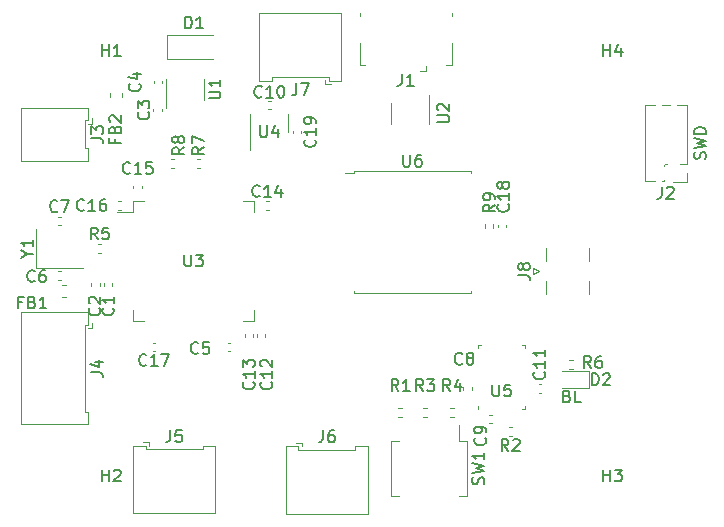
<source format=gbr>
%TF.GenerationSoftware,KiCad,Pcbnew,(5.1.10)-1*%
%TF.CreationDate,2021-11-27T13:57:11+01:00*%
%TF.ProjectId,SplashQuad,53706c61-7368-4517-9561-642e6b696361,rev?*%
%TF.SameCoordinates,Original*%
%TF.FileFunction,Legend,Top*%
%TF.FilePolarity,Positive*%
%FSLAX46Y46*%
G04 Gerber Fmt 4.6, Leading zero omitted, Abs format (unit mm)*
G04 Created by KiCad (PCBNEW (5.1.10)-1) date 2021-11-27 13:57:11*
%MOMM*%
%LPD*%
G01*
G04 APERTURE LIST*
%ADD10C,0.150000*%
%ADD11C,0.120000*%
G04 APERTURE END LIST*
D10*
X188904761Y-93707142D02*
X188952380Y-93564285D01*
X188952380Y-93326190D01*
X188904761Y-93230952D01*
X188857142Y-93183333D01*
X188761904Y-93135714D01*
X188666666Y-93135714D01*
X188571428Y-93183333D01*
X188523809Y-93230952D01*
X188476190Y-93326190D01*
X188428571Y-93516666D01*
X188380952Y-93611904D01*
X188333333Y-93659523D01*
X188238095Y-93707142D01*
X188142857Y-93707142D01*
X188047619Y-93659523D01*
X188000000Y-93611904D01*
X187952380Y-93516666D01*
X187952380Y-93278571D01*
X188000000Y-93135714D01*
X187952380Y-92802380D02*
X188952380Y-92564285D01*
X188238095Y-92373809D01*
X188952380Y-92183333D01*
X187952380Y-91945238D01*
X188952380Y-91564285D02*
X187952380Y-91564285D01*
X187952380Y-91326190D01*
X188000000Y-91183333D01*
X188095238Y-91088095D01*
X188190476Y-91040476D01*
X188380952Y-90992857D01*
X188523809Y-90992857D01*
X188714285Y-91040476D01*
X188809523Y-91088095D01*
X188904761Y-91183333D01*
X188952380Y-91326190D01*
X188952380Y-91564285D01*
X177216666Y-113778571D02*
X177359523Y-113826190D01*
X177407142Y-113873809D01*
X177454761Y-113969047D01*
X177454761Y-114111904D01*
X177407142Y-114207142D01*
X177359523Y-114254761D01*
X177264285Y-114302380D01*
X176883333Y-114302380D01*
X176883333Y-113302380D01*
X177216666Y-113302380D01*
X177311904Y-113350000D01*
X177359523Y-113397619D01*
X177407142Y-113492857D01*
X177407142Y-113588095D01*
X177359523Y-113683333D01*
X177311904Y-113730952D01*
X177216666Y-113778571D01*
X176883333Y-113778571D01*
X178359523Y-114302380D02*
X177883333Y-114302380D01*
X177883333Y-113302380D01*
D11*
%TO.C,U6*%
X158450000Y-94890000D02*
X159140000Y-94890000D01*
X159140000Y-94740000D02*
X159140000Y-94890000D01*
X169060000Y-94740000D02*
X169060000Y-94890000D01*
X159140000Y-104910000D02*
X159140000Y-105060000D01*
X169060000Y-104910000D02*
X169060000Y-105060000D01*
X159140000Y-105060000D02*
X169060000Y-105060000D01*
X159140000Y-94740000D02*
X169060000Y-94740000D01*
%TO.C,C19*%
X154685000Y-91317164D02*
X154685000Y-91532836D01*
X153965000Y-91317164D02*
X153965000Y-91532836D01*
%TO.C,Y1*%
X132225000Y-102900000D02*
X136225000Y-102900000D01*
X132225000Y-99600000D02*
X132225000Y-102900000D01*
%TO.C,U5*%
X173660000Y-114835000D02*
X173660000Y-114575000D01*
X173660000Y-114835000D02*
X173400000Y-114835000D01*
X169640000Y-114835000D02*
X169640000Y-114575000D01*
X173660000Y-109415000D02*
X173660000Y-109675000D01*
X173660000Y-109415000D02*
X173400000Y-109415000D01*
X169640000Y-109415000D02*
X169640000Y-109675000D01*
X169640000Y-109415000D02*
X169900000Y-109415000D01*
%TO.C,U4*%
X150390000Y-92925000D02*
X150390000Y-89925000D01*
X153610000Y-91425000D02*
X153610000Y-89925000D01*
%TO.C,U3*%
X140465000Y-98190000D02*
X139125000Y-98190000D01*
X140465000Y-97240000D02*
X140465000Y-98190000D01*
X141415000Y-97240000D02*
X140465000Y-97240000D01*
X150685000Y-97240000D02*
X150685000Y-98190000D01*
X149735000Y-97240000D02*
X150685000Y-97240000D01*
X140465000Y-107460000D02*
X140465000Y-106510000D01*
X141415000Y-107460000D02*
X140465000Y-107460000D01*
X150685000Y-107460000D02*
X150685000Y-106510000D01*
X149735000Y-107460000D02*
X150685000Y-107460000D01*
%TO.C,U2*%
X165485000Y-90725000D02*
X165485000Y-88275000D01*
X162265000Y-88925000D02*
X162265000Y-90725000D01*
%TO.C,U1*%
X143290000Y-86900000D02*
X143290000Y-89350000D01*
X146510000Y-88700000D02*
X146510000Y-86900000D01*
%TO.C,SW1*%
X162975000Y-122210000D02*
X162265000Y-122210000D01*
X162975000Y-117591000D02*
X162265000Y-117591000D01*
X168735000Y-122210000D02*
X168025000Y-122210000D01*
X168735000Y-117591000D02*
X168735000Y-122210000D01*
X168735000Y-117591000D02*
X168085000Y-117591000D01*
X168085000Y-116200000D02*
X168085000Y-117591000D01*
X162265000Y-117591000D02*
X162265000Y-122210000D01*
%TO.C,R9*%
X170220000Y-99196359D02*
X170220000Y-99503641D01*
X170980000Y-99196359D02*
X170980000Y-99503641D01*
%TO.C,R8*%
X143661359Y-94430000D02*
X143968641Y-94430000D01*
X143661359Y-93670000D02*
X143968641Y-93670000D01*
%TO.C,R7*%
X146163641Y-93670000D02*
X145856359Y-93670000D01*
X146163641Y-94430000D02*
X145856359Y-94430000D01*
%TO.C,R6*%
X177703641Y-110695000D02*
X177396359Y-110695000D01*
X177703641Y-111455000D02*
X177396359Y-111455000D01*
%TO.C,R5*%
X137778641Y-100870000D02*
X137471359Y-100870000D01*
X137778641Y-101630000D02*
X137471359Y-101630000D01*
%TO.C,R4*%
X167638641Y-114795000D02*
X167331359Y-114795000D01*
X167638641Y-115555000D02*
X167331359Y-115555000D01*
%TO.C,R3*%
X165036359Y-115555000D02*
X165343641Y-115555000D01*
X165036359Y-114795000D02*
X165343641Y-114795000D01*
%TO.C,R2*%
X172563641Y-116420000D02*
X172256359Y-116420000D01*
X172563641Y-117180000D02*
X172256359Y-117180000D01*
%TO.C,R1*%
X162936359Y-115555000D02*
X163243641Y-115555000D01*
X162936359Y-114795000D02*
X163243641Y-114795000D01*
%TO.C,J8*%
X175390000Y-102360000D02*
X175390000Y-101250000D01*
X175390000Y-105150000D02*
X175390000Y-104040000D01*
X179100000Y-102360000D02*
X179100000Y-101250000D01*
X179100000Y-105150000D02*
X179100000Y-104040000D01*
X174840000Y-103200000D02*
X174340000Y-102950000D01*
X174340000Y-102950000D02*
X174340000Y-103450000D01*
X174340000Y-103450000D02*
X174840000Y-103200000D01*
%TO.C,J7*%
X151140000Y-81340000D02*
X154625000Y-81340000D01*
X151140000Y-87060000D02*
X151140000Y-81340000D01*
X152210000Y-87060000D02*
X151140000Y-87060000D01*
X152210000Y-86760000D02*
X152210000Y-87060000D01*
X154625000Y-86760000D02*
X152210000Y-86760000D01*
X158110000Y-81340000D02*
X154625000Y-81340000D01*
X158110000Y-87060000D02*
X158110000Y-81340000D01*
X157040000Y-87060000D02*
X158110000Y-87060000D01*
X157040000Y-86760000D02*
X157040000Y-87060000D01*
X154625000Y-86760000D02*
X157040000Y-86760000D01*
X156750000Y-87350000D02*
X157250000Y-87350000D01*
X156750000Y-87050000D02*
X156750000Y-87350000D01*
%TO.C,J6*%
X160360000Y-123735000D02*
X156875000Y-123735000D01*
X160360000Y-118015000D02*
X160360000Y-123735000D01*
X159290000Y-118015000D02*
X160360000Y-118015000D01*
X159290000Y-118315000D02*
X159290000Y-118015000D01*
X156875000Y-118315000D02*
X159290000Y-118315000D01*
X153390000Y-123735000D02*
X156875000Y-123735000D01*
X153390000Y-118015000D02*
X153390000Y-123735000D01*
X154460000Y-118015000D02*
X153390000Y-118015000D01*
X154460000Y-118315000D02*
X154460000Y-118015000D01*
X156875000Y-118315000D02*
X154460000Y-118315000D01*
X154750000Y-117725000D02*
X154250000Y-117725000D01*
X154750000Y-118025000D02*
X154750000Y-117725000D01*
%TO.C,J5*%
X147435000Y-123710000D02*
X143950000Y-123710000D01*
X147435000Y-117990000D02*
X147435000Y-123710000D01*
X146365000Y-117990000D02*
X147435000Y-117990000D01*
X146365000Y-118290000D02*
X146365000Y-117990000D01*
X143950000Y-118290000D02*
X146365000Y-118290000D01*
X140465000Y-123710000D02*
X143950000Y-123710000D01*
X140465000Y-117990000D02*
X140465000Y-123710000D01*
X141535000Y-117990000D02*
X140465000Y-117990000D01*
X141535000Y-118290000D02*
X141535000Y-117990000D01*
X143950000Y-118290000D02*
X141535000Y-118290000D01*
X141825000Y-117700000D02*
X141325000Y-117700000D01*
X141825000Y-118000000D02*
X141825000Y-117700000D01*
%TO.C,J4*%
X130940000Y-116160000D02*
X130940000Y-111425000D01*
X136660000Y-116160000D02*
X130940000Y-116160000D01*
X136660000Y-115090000D02*
X136660000Y-116160000D01*
X136360000Y-115090000D02*
X136660000Y-115090000D01*
X136360000Y-111425000D02*
X136360000Y-115090000D01*
X130940000Y-106690000D02*
X130940000Y-111425000D01*
X136660000Y-106690000D02*
X130940000Y-106690000D01*
X136660000Y-107760000D02*
X136660000Y-106690000D01*
X136360000Y-107760000D02*
X136660000Y-107760000D01*
X136360000Y-111425000D02*
X136360000Y-107760000D01*
X136950000Y-108050000D02*
X136950000Y-107550000D01*
X136650000Y-108050000D02*
X136950000Y-108050000D01*
%TO.C,J3*%
X130965000Y-93835000D02*
X130965000Y-91600000D01*
X136685000Y-93835000D02*
X130965000Y-93835000D01*
X136685000Y-92765000D02*
X136685000Y-93835000D01*
X136385000Y-92765000D02*
X136685000Y-92765000D01*
X136385000Y-91600000D02*
X136385000Y-92765000D01*
X130965000Y-89365000D02*
X130965000Y-91600000D01*
X136685000Y-89365000D02*
X130965000Y-89365000D01*
X136685000Y-90435000D02*
X136685000Y-89365000D01*
X136385000Y-90435000D02*
X136685000Y-90435000D01*
X136385000Y-91600000D02*
X136385000Y-90435000D01*
X136975000Y-90725000D02*
X136975000Y-90225000D01*
X136675000Y-90725000D02*
X136975000Y-90725000D01*
%TO.C,J2*%
X187330000Y-95660000D02*
X186200000Y-95660000D01*
X187330000Y-94900000D02*
X187330000Y-95660000D01*
X184622470Y-95595000D02*
X183800000Y-95595000D01*
X185440000Y-95595000D02*
X185237530Y-95595000D01*
X185440000Y-95463471D02*
X185440000Y-95595000D01*
X185440000Y-94193471D02*
X185440000Y-94336529D01*
X185636529Y-94140000D02*
X185493471Y-94140000D01*
X187330000Y-94140000D02*
X186763471Y-94140000D01*
X183800000Y-95595000D02*
X183800000Y-89125000D01*
X187330000Y-94140000D02*
X187330000Y-89125000D01*
X185892470Y-89125000D02*
X185237530Y-89125000D01*
X184622470Y-89125000D02*
X183800000Y-89125000D01*
X187330000Y-89125000D02*
X186507530Y-89125000D01*
%TO.C,J1*%
X165250000Y-86262500D02*
X165250000Y-85812500D01*
X165250000Y-86262500D02*
X164800000Y-86262500D01*
X159650000Y-85712500D02*
X160100000Y-85712500D01*
X159650000Y-83862500D02*
X159650000Y-85712500D01*
X167450000Y-81312500D02*
X167450000Y-81562500D01*
X159650000Y-81312500D02*
X159650000Y-81562500D01*
X167450000Y-83862500D02*
X167450000Y-85712500D01*
X167450000Y-85712500D02*
X167000000Y-85712500D01*
%TO.C,FB2*%
X139510000Y-88462779D02*
X139510000Y-88137221D01*
X138490000Y-88462779D02*
X138490000Y-88137221D01*
%TO.C,FB1*%
X134812779Y-104340000D02*
X134487221Y-104340000D01*
X134812779Y-105360000D02*
X134487221Y-105360000D01*
%TO.C,D2*%
X179035000Y-111640000D02*
X176750000Y-111640000D01*
X179035000Y-113110000D02*
X179035000Y-111640000D01*
X176750000Y-113110000D02*
X179035000Y-113110000D01*
%TO.C,D1*%
X143350000Y-83200000D02*
X147250000Y-83200000D01*
X143350000Y-85200000D02*
X147250000Y-85200000D01*
X143350000Y-83200000D02*
X143350000Y-85200000D01*
%TO.C,C18*%
X172060000Y-99482836D02*
X172060000Y-99267164D01*
X171340000Y-99482836D02*
X171340000Y-99267164D01*
%TO.C,C17*%
X142332836Y-109240000D02*
X142117164Y-109240000D01*
X142332836Y-109960000D02*
X142117164Y-109960000D01*
%TO.C,C16*%
X139407836Y-97265000D02*
X139192164Y-97265000D01*
X139407836Y-97985000D02*
X139192164Y-97985000D01*
%TO.C,C15*%
X141210000Y-96177836D02*
X141210000Y-95962164D01*
X140490000Y-96177836D02*
X140490000Y-95962164D01*
%TO.C,C14*%
X151717164Y-97985000D02*
X151932836Y-97985000D01*
X151717164Y-97265000D02*
X151932836Y-97265000D01*
%TO.C,C13*%
X149940000Y-108517164D02*
X149940000Y-108732836D01*
X150660000Y-108517164D02*
X150660000Y-108732836D01*
%TO.C,C12*%
X150940000Y-108517164D02*
X150940000Y-108732836D01*
X151660000Y-108517164D02*
X151660000Y-108732836D01*
%TO.C,C11*%
X174792164Y-113485000D02*
X175007836Y-113485000D01*
X174792164Y-112765000D02*
X175007836Y-112765000D01*
%TO.C,C10*%
X151892164Y-89485000D02*
X152107836Y-89485000D01*
X151892164Y-88765000D02*
X152107836Y-88765000D01*
%TO.C,C9*%
X170857836Y-115340000D02*
X170642164Y-115340000D01*
X170857836Y-116060000D02*
X170642164Y-116060000D01*
%TO.C,C8*%
X169160000Y-113232836D02*
X169160000Y-113017164D01*
X168440000Y-113232836D02*
X168440000Y-113017164D01*
%TO.C,C7*%
X134332836Y-98590000D02*
X134117164Y-98590000D01*
X134332836Y-99310000D02*
X134117164Y-99310000D01*
%TO.C,C6*%
X134117164Y-103910000D02*
X134332836Y-103910000D01*
X134117164Y-103190000D02*
X134332836Y-103190000D01*
%TO.C,C5*%
X148467164Y-109960000D02*
X148682836Y-109960000D01*
X148467164Y-109240000D02*
X148682836Y-109240000D01*
%TO.C,C4*%
X142215000Y-87067164D02*
X142215000Y-87282836D01*
X142935000Y-87067164D02*
X142935000Y-87282836D01*
%TO.C,C3*%
X142167020Y-89462164D02*
X142167020Y-89677836D01*
X142887020Y-89462164D02*
X142887020Y-89677836D01*
%TO.C,C2*%
X137635000Y-104457836D02*
X137635000Y-104242164D01*
X136915000Y-104457836D02*
X136915000Y-104242164D01*
%TO.C,C1*%
X138685000Y-104457836D02*
X138685000Y-104242164D01*
X137965000Y-104457836D02*
X137965000Y-104242164D01*
%TO.C,U6*%
D10*
X163338095Y-93352380D02*
X163338095Y-94161904D01*
X163385714Y-94257142D01*
X163433333Y-94304761D01*
X163528571Y-94352380D01*
X163719047Y-94352380D01*
X163814285Y-94304761D01*
X163861904Y-94257142D01*
X163909523Y-94161904D01*
X163909523Y-93352380D01*
X164814285Y-93352380D02*
X164623809Y-93352380D01*
X164528571Y-93400000D01*
X164480952Y-93447619D01*
X164385714Y-93590476D01*
X164338095Y-93780952D01*
X164338095Y-94161904D01*
X164385714Y-94257142D01*
X164433333Y-94304761D01*
X164528571Y-94352380D01*
X164719047Y-94352380D01*
X164814285Y-94304761D01*
X164861904Y-94257142D01*
X164909523Y-94161904D01*
X164909523Y-93923809D01*
X164861904Y-93828571D01*
X164814285Y-93780952D01*
X164719047Y-93733333D01*
X164528571Y-93733333D01*
X164433333Y-93780952D01*
X164385714Y-93828571D01*
X164338095Y-93923809D01*
%TO.C,H4*%
X180288095Y-85002380D02*
X180288095Y-84002380D01*
X180288095Y-84478571D02*
X180859523Y-84478571D01*
X180859523Y-85002380D02*
X180859523Y-84002380D01*
X181764285Y-84335714D02*
X181764285Y-85002380D01*
X181526190Y-83954761D02*
X181288095Y-84669047D01*
X181907142Y-84669047D01*
%TO.C,H3*%
X180288095Y-121002380D02*
X180288095Y-120002380D01*
X180288095Y-120478571D02*
X180859523Y-120478571D01*
X180859523Y-121002380D02*
X180859523Y-120002380D01*
X181240476Y-120002380D02*
X181859523Y-120002380D01*
X181526190Y-120383333D01*
X181669047Y-120383333D01*
X181764285Y-120430952D01*
X181811904Y-120478571D01*
X181859523Y-120573809D01*
X181859523Y-120811904D01*
X181811904Y-120907142D01*
X181764285Y-120954761D01*
X181669047Y-121002380D01*
X181383333Y-121002380D01*
X181288095Y-120954761D01*
X181240476Y-120907142D01*
%TO.C,H2*%
X137838095Y-121002380D02*
X137838095Y-120002380D01*
X137838095Y-120478571D02*
X138409523Y-120478571D01*
X138409523Y-121002380D02*
X138409523Y-120002380D01*
X138838095Y-120097619D02*
X138885714Y-120050000D01*
X138980952Y-120002380D01*
X139219047Y-120002380D01*
X139314285Y-120050000D01*
X139361904Y-120097619D01*
X139409523Y-120192857D01*
X139409523Y-120288095D01*
X139361904Y-120430952D01*
X138790476Y-121002380D01*
X139409523Y-121002380D01*
%TO.C,H1*%
X137838095Y-85002380D02*
X137838095Y-84002380D01*
X137838095Y-84478571D02*
X138409523Y-84478571D01*
X138409523Y-85002380D02*
X138409523Y-84002380D01*
X139409523Y-85002380D02*
X138838095Y-85002380D01*
X139123809Y-85002380D02*
X139123809Y-84002380D01*
X139028571Y-84145238D01*
X138933333Y-84240476D01*
X138838095Y-84288095D01*
%TO.C,C19*%
X155842142Y-92067857D02*
X155889761Y-92115476D01*
X155937380Y-92258333D01*
X155937380Y-92353571D01*
X155889761Y-92496428D01*
X155794523Y-92591666D01*
X155699285Y-92639285D01*
X155508809Y-92686904D01*
X155365952Y-92686904D01*
X155175476Y-92639285D01*
X155080238Y-92591666D01*
X154985000Y-92496428D01*
X154937380Y-92353571D01*
X154937380Y-92258333D01*
X154985000Y-92115476D01*
X155032619Y-92067857D01*
X155937380Y-91115476D02*
X155937380Y-91686904D01*
X155937380Y-91401190D02*
X154937380Y-91401190D01*
X155080238Y-91496428D01*
X155175476Y-91591666D01*
X155223095Y-91686904D01*
X155937380Y-90639285D02*
X155937380Y-90448809D01*
X155889761Y-90353571D01*
X155842142Y-90305952D01*
X155699285Y-90210714D01*
X155508809Y-90163095D01*
X155127857Y-90163095D01*
X155032619Y-90210714D01*
X154985000Y-90258333D01*
X154937380Y-90353571D01*
X154937380Y-90544047D01*
X154985000Y-90639285D01*
X155032619Y-90686904D01*
X155127857Y-90734523D01*
X155365952Y-90734523D01*
X155461190Y-90686904D01*
X155508809Y-90639285D01*
X155556428Y-90544047D01*
X155556428Y-90353571D01*
X155508809Y-90258333D01*
X155461190Y-90210714D01*
X155365952Y-90163095D01*
%TO.C,Y1*%
X131501190Y-101726190D02*
X131977380Y-101726190D01*
X130977380Y-102059523D02*
X131501190Y-101726190D01*
X130977380Y-101392857D01*
X131977380Y-100535714D02*
X131977380Y-101107142D01*
X131977380Y-100821428D02*
X130977380Y-100821428D01*
X131120238Y-100916666D01*
X131215476Y-101011904D01*
X131263095Y-101107142D01*
%TO.C,U5*%
X170888095Y-112802380D02*
X170888095Y-113611904D01*
X170935714Y-113707142D01*
X170983333Y-113754761D01*
X171078571Y-113802380D01*
X171269047Y-113802380D01*
X171364285Y-113754761D01*
X171411904Y-113707142D01*
X171459523Y-113611904D01*
X171459523Y-112802380D01*
X172411904Y-112802380D02*
X171935714Y-112802380D01*
X171888095Y-113278571D01*
X171935714Y-113230952D01*
X172030952Y-113183333D01*
X172269047Y-113183333D01*
X172364285Y-113230952D01*
X172411904Y-113278571D01*
X172459523Y-113373809D01*
X172459523Y-113611904D01*
X172411904Y-113707142D01*
X172364285Y-113754761D01*
X172269047Y-113802380D01*
X172030952Y-113802380D01*
X171935714Y-113754761D01*
X171888095Y-113707142D01*
%TO.C,U4*%
X151238095Y-90852380D02*
X151238095Y-91661904D01*
X151285714Y-91757142D01*
X151333333Y-91804761D01*
X151428571Y-91852380D01*
X151619047Y-91852380D01*
X151714285Y-91804761D01*
X151761904Y-91757142D01*
X151809523Y-91661904D01*
X151809523Y-90852380D01*
X152714285Y-91185714D02*
X152714285Y-91852380D01*
X152476190Y-90804761D02*
X152238095Y-91519047D01*
X152857142Y-91519047D01*
%TO.C,U3*%
X144813095Y-101802380D02*
X144813095Y-102611904D01*
X144860714Y-102707142D01*
X144908333Y-102754761D01*
X145003571Y-102802380D01*
X145194047Y-102802380D01*
X145289285Y-102754761D01*
X145336904Y-102707142D01*
X145384523Y-102611904D01*
X145384523Y-101802380D01*
X145765476Y-101802380D02*
X146384523Y-101802380D01*
X146051190Y-102183333D01*
X146194047Y-102183333D01*
X146289285Y-102230952D01*
X146336904Y-102278571D01*
X146384523Y-102373809D01*
X146384523Y-102611904D01*
X146336904Y-102707142D01*
X146289285Y-102754761D01*
X146194047Y-102802380D01*
X145908333Y-102802380D01*
X145813095Y-102754761D01*
X145765476Y-102707142D01*
%TO.C,U2*%
X166227380Y-90586904D02*
X167036904Y-90586904D01*
X167132142Y-90539285D01*
X167179761Y-90491666D01*
X167227380Y-90396428D01*
X167227380Y-90205952D01*
X167179761Y-90110714D01*
X167132142Y-90063095D01*
X167036904Y-90015476D01*
X166227380Y-90015476D01*
X166322619Y-89586904D02*
X166275000Y-89539285D01*
X166227380Y-89444047D01*
X166227380Y-89205952D01*
X166275000Y-89110714D01*
X166322619Y-89063095D01*
X166417857Y-89015476D01*
X166513095Y-89015476D01*
X166655952Y-89063095D01*
X167227380Y-89634523D01*
X167227380Y-89015476D01*
%TO.C,U1*%
X146852380Y-88561904D02*
X147661904Y-88561904D01*
X147757142Y-88514285D01*
X147804761Y-88466666D01*
X147852380Y-88371428D01*
X147852380Y-88180952D01*
X147804761Y-88085714D01*
X147757142Y-88038095D01*
X147661904Y-87990476D01*
X146852380Y-87990476D01*
X147852380Y-86990476D02*
X147852380Y-87561904D01*
X147852380Y-87276190D02*
X146852380Y-87276190D01*
X146995238Y-87371428D01*
X147090476Y-87466666D01*
X147138095Y-87561904D01*
%TO.C,SW1*%
X170139761Y-121233333D02*
X170187380Y-121090476D01*
X170187380Y-120852380D01*
X170139761Y-120757142D01*
X170092142Y-120709523D01*
X169996904Y-120661904D01*
X169901666Y-120661904D01*
X169806428Y-120709523D01*
X169758809Y-120757142D01*
X169711190Y-120852380D01*
X169663571Y-121042857D01*
X169615952Y-121138095D01*
X169568333Y-121185714D01*
X169473095Y-121233333D01*
X169377857Y-121233333D01*
X169282619Y-121185714D01*
X169235000Y-121138095D01*
X169187380Y-121042857D01*
X169187380Y-120804761D01*
X169235000Y-120661904D01*
X169187380Y-120328571D02*
X170187380Y-120090476D01*
X169473095Y-119900000D01*
X170187380Y-119709523D01*
X169187380Y-119471428D01*
X170187380Y-118566666D02*
X170187380Y-119138095D01*
X170187380Y-118852380D02*
X169187380Y-118852380D01*
X169330238Y-118947619D01*
X169425476Y-119042857D01*
X169473095Y-119138095D01*
%TO.C,R9*%
X171102380Y-97566666D02*
X170626190Y-97900000D01*
X171102380Y-98138095D02*
X170102380Y-98138095D01*
X170102380Y-97757142D01*
X170150000Y-97661904D01*
X170197619Y-97614285D01*
X170292857Y-97566666D01*
X170435714Y-97566666D01*
X170530952Y-97614285D01*
X170578571Y-97661904D01*
X170626190Y-97757142D01*
X170626190Y-98138095D01*
X171102380Y-97090476D02*
X171102380Y-96900000D01*
X171054761Y-96804761D01*
X171007142Y-96757142D01*
X170864285Y-96661904D01*
X170673809Y-96614285D01*
X170292857Y-96614285D01*
X170197619Y-96661904D01*
X170150000Y-96709523D01*
X170102380Y-96804761D01*
X170102380Y-96995238D01*
X170150000Y-97090476D01*
X170197619Y-97138095D01*
X170292857Y-97185714D01*
X170530952Y-97185714D01*
X170626190Y-97138095D01*
X170673809Y-97090476D01*
X170721428Y-96995238D01*
X170721428Y-96804761D01*
X170673809Y-96709523D01*
X170626190Y-96661904D01*
X170530952Y-96614285D01*
%TO.C,R8*%
X144802380Y-92716666D02*
X144326190Y-93050000D01*
X144802380Y-93288095D02*
X143802380Y-93288095D01*
X143802380Y-92907142D01*
X143850000Y-92811904D01*
X143897619Y-92764285D01*
X143992857Y-92716666D01*
X144135714Y-92716666D01*
X144230952Y-92764285D01*
X144278571Y-92811904D01*
X144326190Y-92907142D01*
X144326190Y-93288095D01*
X144230952Y-92145238D02*
X144183333Y-92240476D01*
X144135714Y-92288095D01*
X144040476Y-92335714D01*
X143992857Y-92335714D01*
X143897619Y-92288095D01*
X143850000Y-92240476D01*
X143802380Y-92145238D01*
X143802380Y-91954761D01*
X143850000Y-91859523D01*
X143897619Y-91811904D01*
X143992857Y-91764285D01*
X144040476Y-91764285D01*
X144135714Y-91811904D01*
X144183333Y-91859523D01*
X144230952Y-91954761D01*
X144230952Y-92145238D01*
X144278571Y-92240476D01*
X144326190Y-92288095D01*
X144421428Y-92335714D01*
X144611904Y-92335714D01*
X144707142Y-92288095D01*
X144754761Y-92240476D01*
X144802380Y-92145238D01*
X144802380Y-91954761D01*
X144754761Y-91859523D01*
X144707142Y-91811904D01*
X144611904Y-91764285D01*
X144421428Y-91764285D01*
X144326190Y-91811904D01*
X144278571Y-91859523D01*
X144230952Y-91954761D01*
%TO.C,R7*%
X146462380Y-92716666D02*
X145986190Y-93050000D01*
X146462380Y-93288095D02*
X145462380Y-93288095D01*
X145462380Y-92907142D01*
X145510000Y-92811904D01*
X145557619Y-92764285D01*
X145652857Y-92716666D01*
X145795714Y-92716666D01*
X145890952Y-92764285D01*
X145938571Y-92811904D01*
X145986190Y-92907142D01*
X145986190Y-93288095D01*
X145462380Y-92383333D02*
X145462380Y-91716666D01*
X146462380Y-92145238D01*
%TO.C,R6*%
X179233333Y-111402380D02*
X178900000Y-110926190D01*
X178661904Y-111402380D02*
X178661904Y-110402380D01*
X179042857Y-110402380D01*
X179138095Y-110450000D01*
X179185714Y-110497619D01*
X179233333Y-110592857D01*
X179233333Y-110735714D01*
X179185714Y-110830952D01*
X179138095Y-110878571D01*
X179042857Y-110926190D01*
X178661904Y-110926190D01*
X180090476Y-110402380D02*
X179900000Y-110402380D01*
X179804761Y-110450000D01*
X179757142Y-110497619D01*
X179661904Y-110640476D01*
X179614285Y-110830952D01*
X179614285Y-111211904D01*
X179661904Y-111307142D01*
X179709523Y-111354761D01*
X179804761Y-111402380D01*
X179995238Y-111402380D01*
X180090476Y-111354761D01*
X180138095Y-111307142D01*
X180185714Y-111211904D01*
X180185714Y-110973809D01*
X180138095Y-110878571D01*
X180090476Y-110830952D01*
X179995238Y-110783333D01*
X179804761Y-110783333D01*
X179709523Y-110830952D01*
X179661904Y-110878571D01*
X179614285Y-110973809D01*
%TO.C,R5*%
X137458333Y-100502380D02*
X137125000Y-100026190D01*
X136886904Y-100502380D02*
X136886904Y-99502380D01*
X137267857Y-99502380D01*
X137363095Y-99550000D01*
X137410714Y-99597619D01*
X137458333Y-99692857D01*
X137458333Y-99835714D01*
X137410714Y-99930952D01*
X137363095Y-99978571D01*
X137267857Y-100026190D01*
X136886904Y-100026190D01*
X138363095Y-99502380D02*
X137886904Y-99502380D01*
X137839285Y-99978571D01*
X137886904Y-99930952D01*
X137982142Y-99883333D01*
X138220238Y-99883333D01*
X138315476Y-99930952D01*
X138363095Y-99978571D01*
X138410714Y-100073809D01*
X138410714Y-100311904D01*
X138363095Y-100407142D01*
X138315476Y-100454761D01*
X138220238Y-100502380D01*
X137982142Y-100502380D01*
X137886904Y-100454761D01*
X137839285Y-100407142D01*
%TO.C,R4*%
X167318333Y-113352380D02*
X166985000Y-112876190D01*
X166746904Y-113352380D02*
X166746904Y-112352380D01*
X167127857Y-112352380D01*
X167223095Y-112400000D01*
X167270714Y-112447619D01*
X167318333Y-112542857D01*
X167318333Y-112685714D01*
X167270714Y-112780952D01*
X167223095Y-112828571D01*
X167127857Y-112876190D01*
X166746904Y-112876190D01*
X168175476Y-112685714D02*
X168175476Y-113352380D01*
X167937380Y-112304761D02*
X167699285Y-113019047D01*
X168318333Y-113019047D01*
%TO.C,R3*%
X165023333Y-113352380D02*
X164690000Y-112876190D01*
X164451904Y-113352380D02*
X164451904Y-112352380D01*
X164832857Y-112352380D01*
X164928095Y-112400000D01*
X164975714Y-112447619D01*
X165023333Y-112542857D01*
X165023333Y-112685714D01*
X164975714Y-112780952D01*
X164928095Y-112828571D01*
X164832857Y-112876190D01*
X164451904Y-112876190D01*
X165356666Y-112352380D02*
X165975714Y-112352380D01*
X165642380Y-112733333D01*
X165785238Y-112733333D01*
X165880476Y-112780952D01*
X165928095Y-112828571D01*
X165975714Y-112923809D01*
X165975714Y-113161904D01*
X165928095Y-113257142D01*
X165880476Y-113304761D01*
X165785238Y-113352380D01*
X165499523Y-113352380D01*
X165404285Y-113304761D01*
X165356666Y-113257142D01*
%TO.C,R2*%
X172243333Y-118422380D02*
X171910000Y-117946190D01*
X171671904Y-118422380D02*
X171671904Y-117422380D01*
X172052857Y-117422380D01*
X172148095Y-117470000D01*
X172195714Y-117517619D01*
X172243333Y-117612857D01*
X172243333Y-117755714D01*
X172195714Y-117850952D01*
X172148095Y-117898571D01*
X172052857Y-117946190D01*
X171671904Y-117946190D01*
X172624285Y-117517619D02*
X172671904Y-117470000D01*
X172767142Y-117422380D01*
X173005238Y-117422380D01*
X173100476Y-117470000D01*
X173148095Y-117517619D01*
X173195714Y-117612857D01*
X173195714Y-117708095D01*
X173148095Y-117850952D01*
X172576666Y-118422380D01*
X173195714Y-118422380D01*
%TO.C,R1*%
X162933333Y-113352380D02*
X162600000Y-112876190D01*
X162361904Y-113352380D02*
X162361904Y-112352380D01*
X162742857Y-112352380D01*
X162838095Y-112400000D01*
X162885714Y-112447619D01*
X162933333Y-112542857D01*
X162933333Y-112685714D01*
X162885714Y-112780952D01*
X162838095Y-112828571D01*
X162742857Y-112876190D01*
X162361904Y-112876190D01*
X163885714Y-113352380D02*
X163314285Y-113352380D01*
X163600000Y-113352380D02*
X163600000Y-112352380D01*
X163504761Y-112495238D01*
X163409523Y-112590476D01*
X163314285Y-112638095D01*
%TO.C,J8*%
X173052380Y-103533333D02*
X173766666Y-103533333D01*
X173909523Y-103580952D01*
X174004761Y-103676190D01*
X174052380Y-103819047D01*
X174052380Y-103914285D01*
X173480952Y-102914285D02*
X173433333Y-103009523D01*
X173385714Y-103057142D01*
X173290476Y-103104761D01*
X173242857Y-103104761D01*
X173147619Y-103057142D01*
X173100000Y-103009523D01*
X173052380Y-102914285D01*
X173052380Y-102723809D01*
X173100000Y-102628571D01*
X173147619Y-102580952D01*
X173242857Y-102533333D01*
X173290476Y-102533333D01*
X173385714Y-102580952D01*
X173433333Y-102628571D01*
X173480952Y-102723809D01*
X173480952Y-102914285D01*
X173528571Y-103009523D01*
X173576190Y-103057142D01*
X173671428Y-103104761D01*
X173861904Y-103104761D01*
X173957142Y-103057142D01*
X174004761Y-103009523D01*
X174052380Y-102914285D01*
X174052380Y-102723809D01*
X174004761Y-102628571D01*
X173957142Y-102580952D01*
X173861904Y-102533333D01*
X173671428Y-102533333D01*
X173576190Y-102580952D01*
X173528571Y-102628571D01*
X173480952Y-102723809D01*
%TO.C,J7*%
X154286666Y-87302380D02*
X154286666Y-88016666D01*
X154239047Y-88159523D01*
X154143809Y-88254761D01*
X154000952Y-88302380D01*
X153905714Y-88302380D01*
X154667619Y-87302380D02*
X155334285Y-87302380D01*
X154905714Y-88302380D01*
%TO.C,J6*%
X156546666Y-116677380D02*
X156546666Y-117391666D01*
X156499047Y-117534523D01*
X156403809Y-117629761D01*
X156260952Y-117677380D01*
X156165714Y-117677380D01*
X157451428Y-116677380D02*
X157260952Y-116677380D01*
X157165714Y-116725000D01*
X157118095Y-116772619D01*
X157022857Y-116915476D01*
X156975238Y-117105952D01*
X156975238Y-117486904D01*
X157022857Y-117582142D01*
X157070476Y-117629761D01*
X157165714Y-117677380D01*
X157356190Y-117677380D01*
X157451428Y-117629761D01*
X157499047Y-117582142D01*
X157546666Y-117486904D01*
X157546666Y-117248809D01*
X157499047Y-117153571D01*
X157451428Y-117105952D01*
X157356190Y-117058333D01*
X157165714Y-117058333D01*
X157070476Y-117105952D01*
X157022857Y-117153571D01*
X156975238Y-117248809D01*
%TO.C,J5*%
X143621666Y-116652380D02*
X143621666Y-117366666D01*
X143574047Y-117509523D01*
X143478809Y-117604761D01*
X143335952Y-117652380D01*
X143240714Y-117652380D01*
X144574047Y-116652380D02*
X144097857Y-116652380D01*
X144050238Y-117128571D01*
X144097857Y-117080952D01*
X144193095Y-117033333D01*
X144431190Y-117033333D01*
X144526428Y-117080952D01*
X144574047Y-117128571D01*
X144621666Y-117223809D01*
X144621666Y-117461904D01*
X144574047Y-117557142D01*
X144526428Y-117604761D01*
X144431190Y-117652380D01*
X144193095Y-117652380D01*
X144097857Y-117604761D01*
X144050238Y-117557142D01*
%TO.C,J4*%
X136902380Y-111753333D02*
X137616666Y-111753333D01*
X137759523Y-111800952D01*
X137854761Y-111896190D01*
X137902380Y-112039047D01*
X137902380Y-112134285D01*
X137235714Y-110848571D02*
X137902380Y-110848571D01*
X136854761Y-111086666D02*
X137569047Y-111324761D01*
X137569047Y-110705714D01*
%TO.C,J3*%
X136927380Y-91928333D02*
X137641666Y-91928333D01*
X137784523Y-91975952D01*
X137879761Y-92071190D01*
X137927380Y-92214047D01*
X137927380Y-92309285D01*
X136927380Y-91547380D02*
X136927380Y-90928333D01*
X137308333Y-91261666D01*
X137308333Y-91118809D01*
X137355952Y-91023571D01*
X137403571Y-90975952D01*
X137498809Y-90928333D01*
X137736904Y-90928333D01*
X137832142Y-90975952D01*
X137879761Y-91023571D01*
X137927380Y-91118809D01*
X137927380Y-91404523D01*
X137879761Y-91499761D01*
X137832142Y-91547380D01*
%TO.C,J2*%
X185231666Y-96047380D02*
X185231666Y-96761666D01*
X185184047Y-96904523D01*
X185088809Y-96999761D01*
X184945952Y-97047380D01*
X184850714Y-97047380D01*
X185660238Y-96142619D02*
X185707857Y-96095000D01*
X185803095Y-96047380D01*
X186041190Y-96047380D01*
X186136428Y-96095000D01*
X186184047Y-96142619D01*
X186231666Y-96237857D01*
X186231666Y-96333095D01*
X186184047Y-96475952D01*
X185612619Y-97047380D01*
X186231666Y-97047380D01*
%TO.C,J1*%
X163216666Y-86514880D02*
X163216666Y-87229166D01*
X163169047Y-87372023D01*
X163073809Y-87467261D01*
X162930952Y-87514880D01*
X162835714Y-87514880D01*
X164216666Y-87514880D02*
X163645238Y-87514880D01*
X163930952Y-87514880D02*
X163930952Y-86514880D01*
X163835714Y-86657738D01*
X163740476Y-86752976D01*
X163645238Y-86800595D01*
%TO.C,FB2*%
X138928571Y-92045833D02*
X138928571Y-92379166D01*
X139452380Y-92379166D02*
X138452380Y-92379166D01*
X138452380Y-91902976D01*
X138928571Y-91188690D02*
X138976190Y-91045833D01*
X139023809Y-90998214D01*
X139119047Y-90950595D01*
X139261904Y-90950595D01*
X139357142Y-90998214D01*
X139404761Y-91045833D01*
X139452380Y-91141071D01*
X139452380Y-91522023D01*
X138452380Y-91522023D01*
X138452380Y-91188690D01*
X138500000Y-91093452D01*
X138547619Y-91045833D01*
X138642857Y-90998214D01*
X138738095Y-90998214D01*
X138833333Y-91045833D01*
X138880952Y-91093452D01*
X138928571Y-91188690D01*
X138928571Y-91522023D01*
X138547619Y-90569642D02*
X138500000Y-90522023D01*
X138452380Y-90426785D01*
X138452380Y-90188690D01*
X138500000Y-90093452D01*
X138547619Y-90045833D01*
X138642857Y-89998214D01*
X138738095Y-89998214D01*
X138880952Y-90045833D01*
X139452380Y-90617261D01*
X139452380Y-89998214D01*
%TO.C,FB1*%
X131066666Y-105828571D02*
X130733333Y-105828571D01*
X130733333Y-106352380D02*
X130733333Y-105352380D01*
X131209523Y-105352380D01*
X131923809Y-105828571D02*
X132066666Y-105876190D01*
X132114285Y-105923809D01*
X132161904Y-106019047D01*
X132161904Y-106161904D01*
X132114285Y-106257142D01*
X132066666Y-106304761D01*
X131971428Y-106352380D01*
X131590476Y-106352380D01*
X131590476Y-105352380D01*
X131923809Y-105352380D01*
X132019047Y-105400000D01*
X132066666Y-105447619D01*
X132114285Y-105542857D01*
X132114285Y-105638095D01*
X132066666Y-105733333D01*
X132019047Y-105780952D01*
X131923809Y-105828571D01*
X131590476Y-105828571D01*
X133114285Y-106352380D02*
X132542857Y-106352380D01*
X132828571Y-106352380D02*
X132828571Y-105352380D01*
X132733333Y-105495238D01*
X132638095Y-105590476D01*
X132542857Y-105638095D01*
%TO.C,D2*%
X179311904Y-112852380D02*
X179311904Y-111852380D01*
X179550000Y-111852380D01*
X179692857Y-111900000D01*
X179788095Y-111995238D01*
X179835714Y-112090476D01*
X179883333Y-112280952D01*
X179883333Y-112423809D01*
X179835714Y-112614285D01*
X179788095Y-112709523D01*
X179692857Y-112804761D01*
X179550000Y-112852380D01*
X179311904Y-112852380D01*
X180264285Y-111947619D02*
X180311904Y-111900000D01*
X180407142Y-111852380D01*
X180645238Y-111852380D01*
X180740476Y-111900000D01*
X180788095Y-111947619D01*
X180835714Y-112042857D01*
X180835714Y-112138095D01*
X180788095Y-112280952D01*
X180216666Y-112852380D01*
X180835714Y-112852380D01*
%TO.C,D1*%
X144861904Y-82652380D02*
X144861904Y-81652380D01*
X145100000Y-81652380D01*
X145242857Y-81700000D01*
X145338095Y-81795238D01*
X145385714Y-81890476D01*
X145433333Y-82080952D01*
X145433333Y-82223809D01*
X145385714Y-82414285D01*
X145338095Y-82509523D01*
X145242857Y-82604761D01*
X145100000Y-82652380D01*
X144861904Y-82652380D01*
X146385714Y-82652380D02*
X145814285Y-82652380D01*
X146100000Y-82652380D02*
X146100000Y-81652380D01*
X146004761Y-81795238D01*
X145909523Y-81890476D01*
X145814285Y-81938095D01*
%TO.C,C18*%
X172207142Y-97542857D02*
X172254761Y-97590476D01*
X172302380Y-97733333D01*
X172302380Y-97828571D01*
X172254761Y-97971428D01*
X172159523Y-98066666D01*
X172064285Y-98114285D01*
X171873809Y-98161904D01*
X171730952Y-98161904D01*
X171540476Y-98114285D01*
X171445238Y-98066666D01*
X171350000Y-97971428D01*
X171302380Y-97828571D01*
X171302380Y-97733333D01*
X171350000Y-97590476D01*
X171397619Y-97542857D01*
X172302380Y-96590476D02*
X172302380Y-97161904D01*
X172302380Y-96876190D02*
X171302380Y-96876190D01*
X171445238Y-96971428D01*
X171540476Y-97066666D01*
X171588095Y-97161904D01*
X171730952Y-96019047D02*
X171683333Y-96114285D01*
X171635714Y-96161904D01*
X171540476Y-96209523D01*
X171492857Y-96209523D01*
X171397619Y-96161904D01*
X171350000Y-96114285D01*
X171302380Y-96019047D01*
X171302380Y-95828571D01*
X171350000Y-95733333D01*
X171397619Y-95685714D01*
X171492857Y-95638095D01*
X171540476Y-95638095D01*
X171635714Y-95685714D01*
X171683333Y-95733333D01*
X171730952Y-95828571D01*
X171730952Y-96019047D01*
X171778571Y-96114285D01*
X171826190Y-96161904D01*
X171921428Y-96209523D01*
X172111904Y-96209523D01*
X172207142Y-96161904D01*
X172254761Y-96114285D01*
X172302380Y-96019047D01*
X172302380Y-95828571D01*
X172254761Y-95733333D01*
X172207142Y-95685714D01*
X172111904Y-95638095D01*
X171921428Y-95638095D01*
X171826190Y-95685714D01*
X171778571Y-95733333D01*
X171730952Y-95828571D01*
%TO.C,C17*%
X141582142Y-111117142D02*
X141534523Y-111164761D01*
X141391666Y-111212380D01*
X141296428Y-111212380D01*
X141153571Y-111164761D01*
X141058333Y-111069523D01*
X141010714Y-110974285D01*
X140963095Y-110783809D01*
X140963095Y-110640952D01*
X141010714Y-110450476D01*
X141058333Y-110355238D01*
X141153571Y-110260000D01*
X141296428Y-110212380D01*
X141391666Y-110212380D01*
X141534523Y-110260000D01*
X141582142Y-110307619D01*
X142534523Y-111212380D02*
X141963095Y-111212380D01*
X142248809Y-111212380D02*
X142248809Y-110212380D01*
X142153571Y-110355238D01*
X142058333Y-110450476D01*
X141963095Y-110498095D01*
X142867857Y-110212380D02*
X143534523Y-110212380D01*
X143105952Y-111212380D01*
%TO.C,C16*%
X136307142Y-98007142D02*
X136259523Y-98054761D01*
X136116666Y-98102380D01*
X136021428Y-98102380D01*
X135878571Y-98054761D01*
X135783333Y-97959523D01*
X135735714Y-97864285D01*
X135688095Y-97673809D01*
X135688095Y-97530952D01*
X135735714Y-97340476D01*
X135783333Y-97245238D01*
X135878571Y-97150000D01*
X136021428Y-97102380D01*
X136116666Y-97102380D01*
X136259523Y-97150000D01*
X136307142Y-97197619D01*
X137259523Y-98102380D02*
X136688095Y-98102380D01*
X136973809Y-98102380D02*
X136973809Y-97102380D01*
X136878571Y-97245238D01*
X136783333Y-97340476D01*
X136688095Y-97388095D01*
X138116666Y-97102380D02*
X137926190Y-97102380D01*
X137830952Y-97150000D01*
X137783333Y-97197619D01*
X137688095Y-97340476D01*
X137640476Y-97530952D01*
X137640476Y-97911904D01*
X137688095Y-98007142D01*
X137735714Y-98054761D01*
X137830952Y-98102380D01*
X138021428Y-98102380D01*
X138116666Y-98054761D01*
X138164285Y-98007142D01*
X138211904Y-97911904D01*
X138211904Y-97673809D01*
X138164285Y-97578571D01*
X138116666Y-97530952D01*
X138021428Y-97483333D01*
X137830952Y-97483333D01*
X137735714Y-97530952D01*
X137688095Y-97578571D01*
X137640476Y-97673809D01*
%TO.C,C15*%
X140207142Y-94857142D02*
X140159523Y-94904761D01*
X140016666Y-94952380D01*
X139921428Y-94952380D01*
X139778571Y-94904761D01*
X139683333Y-94809523D01*
X139635714Y-94714285D01*
X139588095Y-94523809D01*
X139588095Y-94380952D01*
X139635714Y-94190476D01*
X139683333Y-94095238D01*
X139778571Y-94000000D01*
X139921428Y-93952380D01*
X140016666Y-93952380D01*
X140159523Y-94000000D01*
X140207142Y-94047619D01*
X141159523Y-94952380D02*
X140588095Y-94952380D01*
X140873809Y-94952380D02*
X140873809Y-93952380D01*
X140778571Y-94095238D01*
X140683333Y-94190476D01*
X140588095Y-94238095D01*
X142064285Y-93952380D02*
X141588095Y-93952380D01*
X141540476Y-94428571D01*
X141588095Y-94380952D01*
X141683333Y-94333333D01*
X141921428Y-94333333D01*
X142016666Y-94380952D01*
X142064285Y-94428571D01*
X142111904Y-94523809D01*
X142111904Y-94761904D01*
X142064285Y-94857142D01*
X142016666Y-94904761D01*
X141921428Y-94952380D01*
X141683333Y-94952380D01*
X141588095Y-94904761D01*
X141540476Y-94857142D01*
%TO.C,C14*%
X151182142Y-96822142D02*
X151134523Y-96869761D01*
X150991666Y-96917380D01*
X150896428Y-96917380D01*
X150753571Y-96869761D01*
X150658333Y-96774523D01*
X150610714Y-96679285D01*
X150563095Y-96488809D01*
X150563095Y-96345952D01*
X150610714Y-96155476D01*
X150658333Y-96060238D01*
X150753571Y-95965000D01*
X150896428Y-95917380D01*
X150991666Y-95917380D01*
X151134523Y-95965000D01*
X151182142Y-96012619D01*
X152134523Y-96917380D02*
X151563095Y-96917380D01*
X151848809Y-96917380D02*
X151848809Y-95917380D01*
X151753571Y-96060238D01*
X151658333Y-96155476D01*
X151563095Y-96203095D01*
X152991666Y-96250714D02*
X152991666Y-96917380D01*
X152753571Y-95869761D02*
X152515476Y-96584047D01*
X153134523Y-96584047D01*
%TO.C,C13*%
X150657142Y-112592857D02*
X150704761Y-112640476D01*
X150752380Y-112783333D01*
X150752380Y-112878571D01*
X150704761Y-113021428D01*
X150609523Y-113116666D01*
X150514285Y-113164285D01*
X150323809Y-113211904D01*
X150180952Y-113211904D01*
X149990476Y-113164285D01*
X149895238Y-113116666D01*
X149800000Y-113021428D01*
X149752380Y-112878571D01*
X149752380Y-112783333D01*
X149800000Y-112640476D01*
X149847619Y-112592857D01*
X150752380Y-111640476D02*
X150752380Y-112211904D01*
X150752380Y-111926190D02*
X149752380Y-111926190D01*
X149895238Y-112021428D01*
X149990476Y-112116666D01*
X150038095Y-112211904D01*
X149752380Y-111307142D02*
X149752380Y-110688095D01*
X150133333Y-111021428D01*
X150133333Y-110878571D01*
X150180952Y-110783333D01*
X150228571Y-110735714D01*
X150323809Y-110688095D01*
X150561904Y-110688095D01*
X150657142Y-110735714D01*
X150704761Y-110783333D01*
X150752380Y-110878571D01*
X150752380Y-111164285D01*
X150704761Y-111259523D01*
X150657142Y-111307142D01*
%TO.C,C12*%
X152157142Y-112592857D02*
X152204761Y-112640476D01*
X152252380Y-112783333D01*
X152252380Y-112878571D01*
X152204761Y-113021428D01*
X152109523Y-113116666D01*
X152014285Y-113164285D01*
X151823809Y-113211904D01*
X151680952Y-113211904D01*
X151490476Y-113164285D01*
X151395238Y-113116666D01*
X151300000Y-113021428D01*
X151252380Y-112878571D01*
X151252380Y-112783333D01*
X151300000Y-112640476D01*
X151347619Y-112592857D01*
X152252380Y-111640476D02*
X152252380Y-112211904D01*
X152252380Y-111926190D02*
X151252380Y-111926190D01*
X151395238Y-112021428D01*
X151490476Y-112116666D01*
X151538095Y-112211904D01*
X151347619Y-111259523D02*
X151300000Y-111211904D01*
X151252380Y-111116666D01*
X151252380Y-110878571D01*
X151300000Y-110783333D01*
X151347619Y-110735714D01*
X151442857Y-110688095D01*
X151538095Y-110688095D01*
X151680952Y-110735714D01*
X152252380Y-111307142D01*
X152252380Y-110688095D01*
%TO.C,C11*%
X175257142Y-111742857D02*
X175304761Y-111790476D01*
X175352380Y-111933333D01*
X175352380Y-112028571D01*
X175304761Y-112171428D01*
X175209523Y-112266666D01*
X175114285Y-112314285D01*
X174923809Y-112361904D01*
X174780952Y-112361904D01*
X174590476Y-112314285D01*
X174495238Y-112266666D01*
X174400000Y-112171428D01*
X174352380Y-112028571D01*
X174352380Y-111933333D01*
X174400000Y-111790476D01*
X174447619Y-111742857D01*
X175352380Y-110790476D02*
X175352380Y-111361904D01*
X175352380Y-111076190D02*
X174352380Y-111076190D01*
X174495238Y-111171428D01*
X174590476Y-111266666D01*
X174638095Y-111361904D01*
X175352380Y-109838095D02*
X175352380Y-110409523D01*
X175352380Y-110123809D02*
X174352380Y-110123809D01*
X174495238Y-110219047D01*
X174590476Y-110314285D01*
X174638095Y-110409523D01*
%TO.C,C10*%
X151357142Y-88407142D02*
X151309523Y-88454761D01*
X151166666Y-88502380D01*
X151071428Y-88502380D01*
X150928571Y-88454761D01*
X150833333Y-88359523D01*
X150785714Y-88264285D01*
X150738095Y-88073809D01*
X150738095Y-87930952D01*
X150785714Y-87740476D01*
X150833333Y-87645238D01*
X150928571Y-87550000D01*
X151071428Y-87502380D01*
X151166666Y-87502380D01*
X151309523Y-87550000D01*
X151357142Y-87597619D01*
X152309523Y-88502380D02*
X151738095Y-88502380D01*
X152023809Y-88502380D02*
X152023809Y-87502380D01*
X151928571Y-87645238D01*
X151833333Y-87740476D01*
X151738095Y-87788095D01*
X152928571Y-87502380D02*
X153023809Y-87502380D01*
X153119047Y-87550000D01*
X153166666Y-87597619D01*
X153214285Y-87692857D01*
X153261904Y-87883333D01*
X153261904Y-88121428D01*
X153214285Y-88311904D01*
X153166666Y-88407142D01*
X153119047Y-88454761D01*
X153023809Y-88502380D01*
X152928571Y-88502380D01*
X152833333Y-88454761D01*
X152785714Y-88407142D01*
X152738095Y-88311904D01*
X152690476Y-88121428D01*
X152690476Y-87883333D01*
X152738095Y-87692857D01*
X152785714Y-87597619D01*
X152833333Y-87550000D01*
X152928571Y-87502380D01*
%TO.C,C9*%
X170257142Y-117316666D02*
X170304761Y-117364285D01*
X170352380Y-117507142D01*
X170352380Y-117602380D01*
X170304761Y-117745238D01*
X170209523Y-117840476D01*
X170114285Y-117888095D01*
X169923809Y-117935714D01*
X169780952Y-117935714D01*
X169590476Y-117888095D01*
X169495238Y-117840476D01*
X169400000Y-117745238D01*
X169352380Y-117602380D01*
X169352380Y-117507142D01*
X169400000Y-117364285D01*
X169447619Y-117316666D01*
X170352380Y-116840476D02*
X170352380Y-116650000D01*
X170304761Y-116554761D01*
X170257142Y-116507142D01*
X170114285Y-116411904D01*
X169923809Y-116364285D01*
X169542857Y-116364285D01*
X169447619Y-116411904D01*
X169400000Y-116459523D01*
X169352380Y-116554761D01*
X169352380Y-116745238D01*
X169400000Y-116840476D01*
X169447619Y-116888095D01*
X169542857Y-116935714D01*
X169780952Y-116935714D01*
X169876190Y-116888095D01*
X169923809Y-116840476D01*
X169971428Y-116745238D01*
X169971428Y-116554761D01*
X169923809Y-116459523D01*
X169876190Y-116411904D01*
X169780952Y-116364285D01*
%TO.C,C8*%
X168333333Y-111007142D02*
X168285714Y-111054761D01*
X168142857Y-111102380D01*
X168047619Y-111102380D01*
X167904761Y-111054761D01*
X167809523Y-110959523D01*
X167761904Y-110864285D01*
X167714285Y-110673809D01*
X167714285Y-110530952D01*
X167761904Y-110340476D01*
X167809523Y-110245238D01*
X167904761Y-110150000D01*
X168047619Y-110102380D01*
X168142857Y-110102380D01*
X168285714Y-110150000D01*
X168333333Y-110197619D01*
X168904761Y-110530952D02*
X168809523Y-110483333D01*
X168761904Y-110435714D01*
X168714285Y-110340476D01*
X168714285Y-110292857D01*
X168761904Y-110197619D01*
X168809523Y-110150000D01*
X168904761Y-110102380D01*
X169095238Y-110102380D01*
X169190476Y-110150000D01*
X169238095Y-110197619D01*
X169285714Y-110292857D01*
X169285714Y-110340476D01*
X169238095Y-110435714D01*
X169190476Y-110483333D01*
X169095238Y-110530952D01*
X168904761Y-110530952D01*
X168809523Y-110578571D01*
X168761904Y-110626190D01*
X168714285Y-110721428D01*
X168714285Y-110911904D01*
X168761904Y-111007142D01*
X168809523Y-111054761D01*
X168904761Y-111102380D01*
X169095238Y-111102380D01*
X169190476Y-111054761D01*
X169238095Y-111007142D01*
X169285714Y-110911904D01*
X169285714Y-110721428D01*
X169238095Y-110626190D01*
X169190476Y-110578571D01*
X169095238Y-110530952D01*
%TO.C,C7*%
X134058333Y-98107142D02*
X134010714Y-98154761D01*
X133867857Y-98202380D01*
X133772619Y-98202380D01*
X133629761Y-98154761D01*
X133534523Y-98059523D01*
X133486904Y-97964285D01*
X133439285Y-97773809D01*
X133439285Y-97630952D01*
X133486904Y-97440476D01*
X133534523Y-97345238D01*
X133629761Y-97250000D01*
X133772619Y-97202380D01*
X133867857Y-97202380D01*
X134010714Y-97250000D01*
X134058333Y-97297619D01*
X134391666Y-97202380D02*
X135058333Y-97202380D01*
X134629761Y-98202380D01*
%TO.C,C6*%
X132133333Y-104007142D02*
X132085714Y-104054761D01*
X131942857Y-104102380D01*
X131847619Y-104102380D01*
X131704761Y-104054761D01*
X131609523Y-103959523D01*
X131561904Y-103864285D01*
X131514285Y-103673809D01*
X131514285Y-103530952D01*
X131561904Y-103340476D01*
X131609523Y-103245238D01*
X131704761Y-103150000D01*
X131847619Y-103102380D01*
X131942857Y-103102380D01*
X132085714Y-103150000D01*
X132133333Y-103197619D01*
X132990476Y-103102380D02*
X132800000Y-103102380D01*
X132704761Y-103150000D01*
X132657142Y-103197619D01*
X132561904Y-103340476D01*
X132514285Y-103530952D01*
X132514285Y-103911904D01*
X132561904Y-104007142D01*
X132609523Y-104054761D01*
X132704761Y-104102380D01*
X132895238Y-104102380D01*
X132990476Y-104054761D01*
X133038095Y-104007142D01*
X133085714Y-103911904D01*
X133085714Y-103673809D01*
X133038095Y-103578571D01*
X132990476Y-103530952D01*
X132895238Y-103483333D01*
X132704761Y-103483333D01*
X132609523Y-103530952D01*
X132561904Y-103578571D01*
X132514285Y-103673809D01*
%TO.C,C5*%
X145983333Y-110107142D02*
X145935714Y-110154761D01*
X145792857Y-110202380D01*
X145697619Y-110202380D01*
X145554761Y-110154761D01*
X145459523Y-110059523D01*
X145411904Y-109964285D01*
X145364285Y-109773809D01*
X145364285Y-109630952D01*
X145411904Y-109440476D01*
X145459523Y-109345238D01*
X145554761Y-109250000D01*
X145697619Y-109202380D01*
X145792857Y-109202380D01*
X145935714Y-109250000D01*
X145983333Y-109297619D01*
X146888095Y-109202380D02*
X146411904Y-109202380D01*
X146364285Y-109678571D01*
X146411904Y-109630952D01*
X146507142Y-109583333D01*
X146745238Y-109583333D01*
X146840476Y-109630952D01*
X146888095Y-109678571D01*
X146935714Y-109773809D01*
X146935714Y-110011904D01*
X146888095Y-110107142D01*
X146840476Y-110154761D01*
X146745238Y-110202380D01*
X146507142Y-110202380D01*
X146411904Y-110154761D01*
X146364285Y-110107142D01*
%TO.C,C4*%
X141007142Y-87341666D02*
X141054761Y-87389285D01*
X141102380Y-87532142D01*
X141102380Y-87627380D01*
X141054761Y-87770238D01*
X140959523Y-87865476D01*
X140864285Y-87913095D01*
X140673809Y-87960714D01*
X140530952Y-87960714D01*
X140340476Y-87913095D01*
X140245238Y-87865476D01*
X140150000Y-87770238D01*
X140102380Y-87627380D01*
X140102380Y-87532142D01*
X140150000Y-87389285D01*
X140197619Y-87341666D01*
X140435714Y-86484523D02*
X141102380Y-86484523D01*
X140054761Y-86722619D02*
X140769047Y-86960714D01*
X140769047Y-86341666D01*
%TO.C,C3*%
X141757142Y-89736666D02*
X141804761Y-89784285D01*
X141852380Y-89927142D01*
X141852380Y-90022380D01*
X141804761Y-90165238D01*
X141709523Y-90260476D01*
X141614285Y-90308095D01*
X141423809Y-90355714D01*
X141280952Y-90355714D01*
X141090476Y-90308095D01*
X140995238Y-90260476D01*
X140900000Y-90165238D01*
X140852380Y-90022380D01*
X140852380Y-89927142D01*
X140900000Y-89784285D01*
X140947619Y-89736666D01*
X140852380Y-89403333D02*
X140852380Y-88784285D01*
X141233333Y-89117619D01*
X141233333Y-88974761D01*
X141280952Y-88879523D01*
X141328571Y-88831904D01*
X141423809Y-88784285D01*
X141661904Y-88784285D01*
X141757142Y-88831904D01*
X141804761Y-88879523D01*
X141852380Y-88974761D01*
X141852380Y-89260476D01*
X141804761Y-89355714D01*
X141757142Y-89403333D01*
%TO.C,C2*%
X137607142Y-106316666D02*
X137654761Y-106364285D01*
X137702380Y-106507142D01*
X137702380Y-106602380D01*
X137654761Y-106745238D01*
X137559523Y-106840476D01*
X137464285Y-106888095D01*
X137273809Y-106935714D01*
X137130952Y-106935714D01*
X136940476Y-106888095D01*
X136845238Y-106840476D01*
X136750000Y-106745238D01*
X136702380Y-106602380D01*
X136702380Y-106507142D01*
X136750000Y-106364285D01*
X136797619Y-106316666D01*
X136797619Y-105935714D02*
X136750000Y-105888095D01*
X136702380Y-105792857D01*
X136702380Y-105554761D01*
X136750000Y-105459523D01*
X136797619Y-105411904D01*
X136892857Y-105364285D01*
X136988095Y-105364285D01*
X137130952Y-105411904D01*
X137702380Y-105983333D01*
X137702380Y-105364285D01*
%TO.C,C1*%
X138757142Y-106316666D02*
X138804761Y-106364285D01*
X138852380Y-106507142D01*
X138852380Y-106602380D01*
X138804761Y-106745238D01*
X138709523Y-106840476D01*
X138614285Y-106888095D01*
X138423809Y-106935714D01*
X138280952Y-106935714D01*
X138090476Y-106888095D01*
X137995238Y-106840476D01*
X137900000Y-106745238D01*
X137852380Y-106602380D01*
X137852380Y-106507142D01*
X137900000Y-106364285D01*
X137947619Y-106316666D01*
X138852380Y-105364285D02*
X138852380Y-105935714D01*
X138852380Y-105650000D02*
X137852380Y-105650000D01*
X137995238Y-105745238D01*
X138090476Y-105840476D01*
X138138095Y-105935714D01*
%TD*%
M02*

</source>
